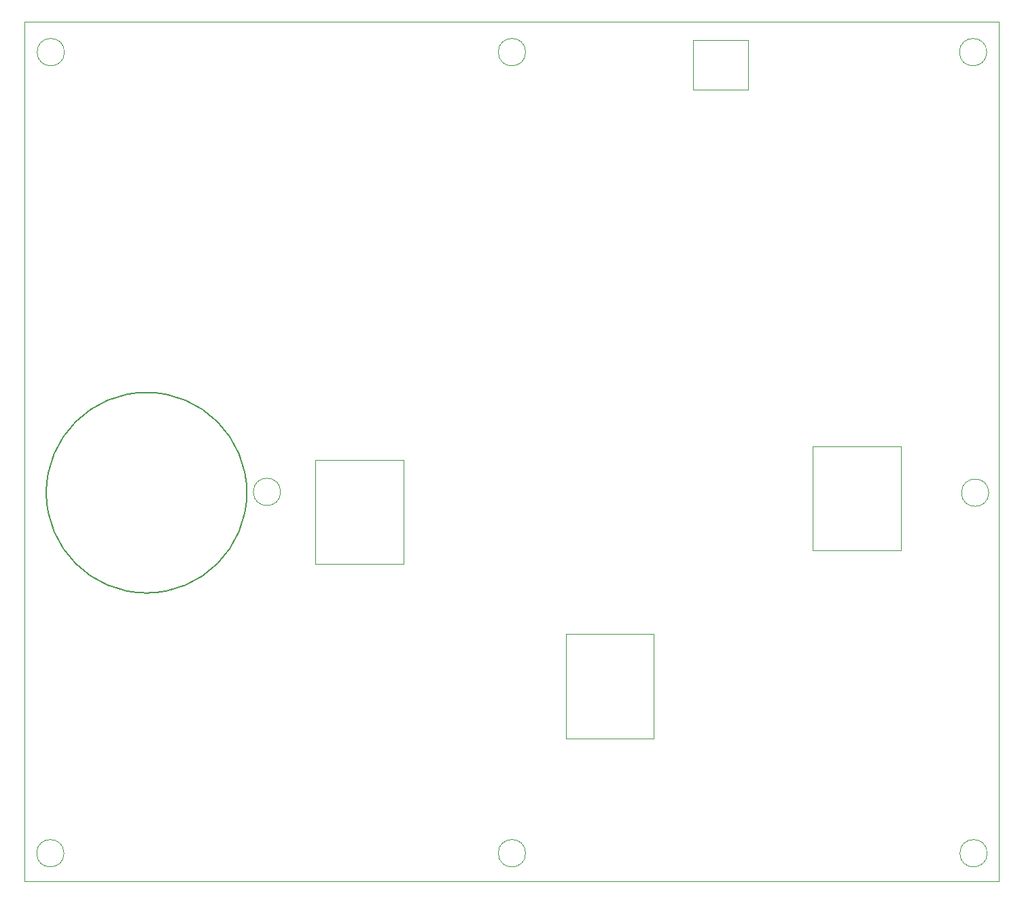
<source format=gbr>
%TF.GenerationSoftware,KiCad,Pcbnew,8.0.2-1*%
%TF.CreationDate,2024-08-11T12:55:08+10:00*%
%TF.ProjectId,VHF-AM-ROTARIES,5648462d-414d-42d5-924f-544152494553,rev?*%
%TF.SameCoordinates,Original*%
%TF.FileFunction,Profile,NP*%
%FSLAX46Y46*%
G04 Gerber Fmt 4.6, Leading zero omitted, Abs format (unit mm)*
G04 Created by KiCad (PCBNEW 8.0.2-1) date 2024-08-11 12:55:08*
%MOMM*%
%LPD*%
G01*
G04 APERTURE LIST*
%TA.AperFunction,Profile*%
%ADD10C,0.100000*%
%TD*%
%TA.AperFunction,Profile*%
%ADD11C,0.150000*%
%TD*%
G04 APERTURE END LIST*
D10*
X187266942Y-39403884D02*
G75*
G02*
X183859174Y-39403884I-1703884J0D01*
G01*
X183859174Y-39403884D02*
G75*
G02*
X187266942Y-39403884I1703884J0D01*
G01*
X129803884Y-39403884D02*
G75*
G02*
X126396116Y-39403884I-1703884J0D01*
G01*
X126396116Y-39403884D02*
G75*
G02*
X129803884Y-39403884I1703884J0D01*
G01*
D11*
X95067798Y-94300000D02*
G75*
G02*
X70075000Y-94300000I-12496399J0D01*
G01*
X70075000Y-94300000D02*
G75*
G02*
X95067798Y-94300000I12496399J0D01*
G01*
D10*
X187318884Y-139230000D02*
G75*
G02*
X183911116Y-139230000I-1703884J0D01*
G01*
X183911116Y-139230000D02*
G75*
G02*
X187318884Y-139230000I1703884J0D01*
G01*
X67400000Y-35600000D02*
X188800000Y-35600000D01*
X188800000Y-142700000D01*
X67400000Y-142700000D01*
X67400000Y-35600000D01*
X103600000Y-90200000D02*
X114600000Y-90200000D01*
X114600000Y-103200000D01*
X103600000Y-103200000D01*
X103600000Y-90200000D01*
X99278884Y-94200000D02*
G75*
G02*
X95871116Y-94200000I-1703884J0D01*
G01*
X95871116Y-94200000D02*
G75*
G02*
X99278884Y-94200000I1703884J0D01*
G01*
X72340826Y-39403884D02*
G75*
G02*
X68933058Y-39403884I-1703884J0D01*
G01*
X68933058Y-39403884D02*
G75*
G02*
X72340826Y-39403884I1703884J0D01*
G01*
X134800000Y-111900000D02*
X145800000Y-111900000D01*
X145800000Y-124900000D01*
X134800000Y-124900000D01*
X134800000Y-111900000D01*
X72288884Y-139230000D02*
G75*
G02*
X68881116Y-139230000I-1703884J0D01*
G01*
X68881116Y-139230000D02*
G75*
G02*
X72288884Y-139230000I1703884J0D01*
G01*
X187516942Y-94300000D02*
G75*
G02*
X184109174Y-94300000I-1703884J0D01*
G01*
X184109174Y-94300000D02*
G75*
G02*
X187516942Y-94300000I1703884J0D01*
G01*
X165600000Y-88500000D02*
X176600000Y-88500000D01*
X176600000Y-101500000D01*
X165600000Y-101500000D01*
X165600000Y-88500000D01*
X129803884Y-139230000D02*
G75*
G02*
X126396116Y-139230000I-1703884J0D01*
G01*
X126396116Y-139230000D02*
G75*
G02*
X129803884Y-139230000I1703884J0D01*
G01*
X150700000Y-37900000D02*
X157500000Y-37900000D01*
X157500000Y-44100000D01*
X150700000Y-44100000D01*
X150700000Y-37900000D01*
M02*

</source>
